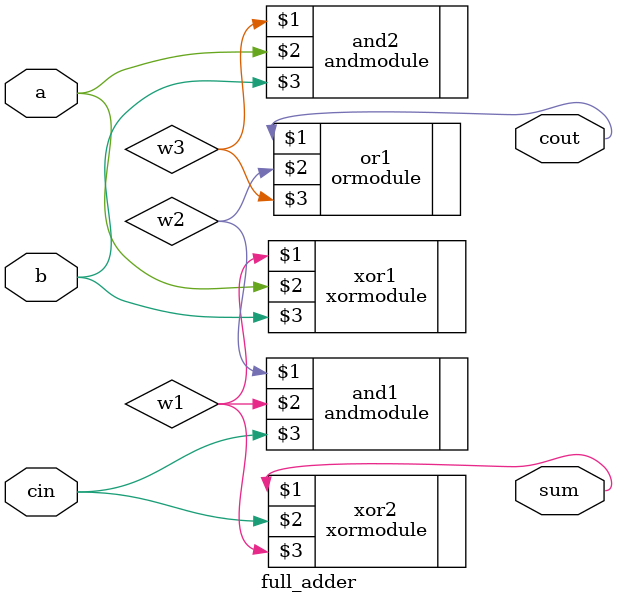
<source format=v>
module full_adder(sum, cout, a, b, cin); 

input a, b, cin;
output sum, cout; 
wire w1,w2,w3;

xormodule xor1(w1,a,b);
xormodule xor2(sum,cin,w1); 	//Sum
andmodule and1(w2,w1,cin);
andmodule and2(w3,a,b);
ormodule or1(cout,w2,w3); 	  //Carry Out

endmodule



</source>
